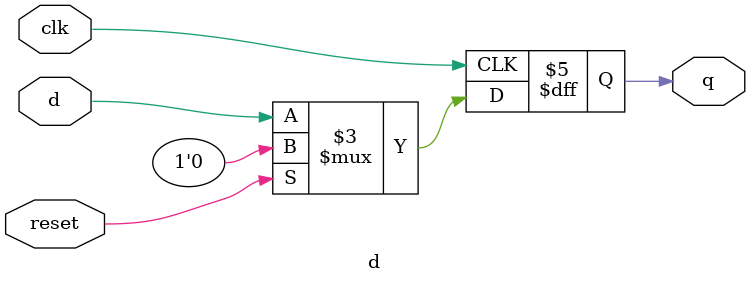
<source format=v>
module d(clk,reset,d,q);
  input clk,reset,d;
  output q;
  reg q;
  
  always @(posedge clk)
    begin 
      if (reset)
        q<=1'b0;
      else
        q<=d;
    end
endmodule
 
</source>
